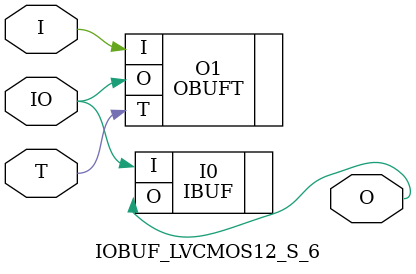
<source format=v>


`timescale  1 ps / 1 ps


module IOBUF_LVCMOS12_S_6 (O, IO, I, T);

    output O;

    inout  IO;

    input  I, T;

        OBUFT #(.IOSTANDARD("LVCMOS12"), .SLEW("SLOW"), .DRIVE(6)) O1 (.O(IO), .I(I), .T(T)); 
	IBUF #(.IOSTANDARD("LVCMOS12"))  I0 (.O(O), .I(IO));
        

endmodule



</source>
